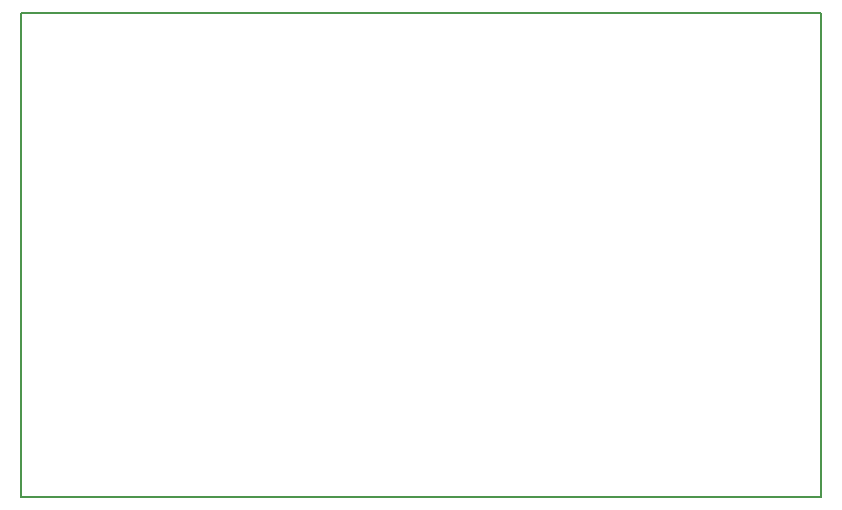
<source format=gm1>
G04 #@! TF.GenerationSoftware,KiCad,Pcbnew,(6.0.5)*
G04 #@! TF.CreationDate,2023-11-13T22:27:58+01:00*
G04 #@! TF.ProjectId,C128DCR Dual SID,43313238-4443-4522-9044-75616c205349,D*
G04 #@! TF.SameCoordinates,Original*
G04 #@! TF.FileFunction,Profile,NP*
%FSLAX46Y46*%
G04 Gerber Fmt 4.6, Leading zero omitted, Abs format (unit mm)*
G04 Created by KiCad (PCBNEW (6.0.5)) date 2023-11-13 22:27:58*
%MOMM*%
%LPD*%
G01*
G04 APERTURE LIST*
G04 #@! TA.AperFunction,Profile*
%ADD10C,0.150000*%
G04 #@! TD*
G04 APERTURE END LIST*
D10*
X104952800Y-88163400D02*
X172720000Y-88163400D01*
X172720000Y-88163400D02*
X172720000Y-129133600D01*
X172720000Y-129133600D02*
X104952800Y-129133600D01*
X104952800Y-129133600D02*
X104952800Y-88163400D01*
M02*

</source>
